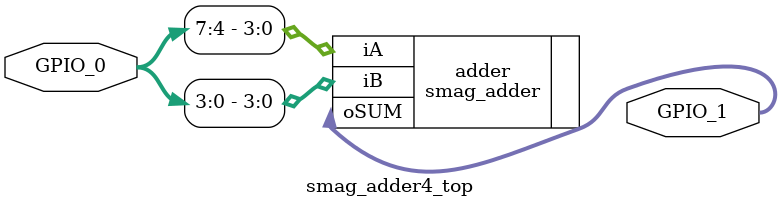
<source format=v>

module smag_adder4_top
	(
		input wire [7:0] GPIO_0,
		output wire [3:0] GPIO_1
	);

	smag_adder #(.N(4)) adder
		(.iA(GPIO_0[7:4]), .iB(GPIO_0[3:0]),
		 .oSUM(GPIO_1[3:0]));
endmodule

</source>
